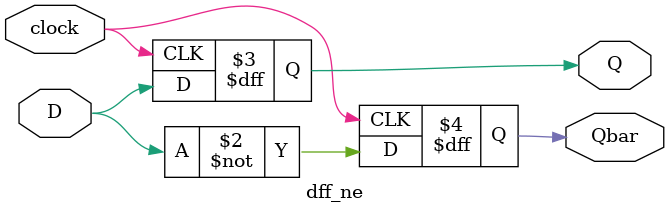
<source format=v>
module dff_ne(D,clock,Q,Qbar);

    input D, clock;
    output reg Q, Qbar;

    always @(negedge clock)
        begin
            Q=D;
            Qbar= ~D;
        end
    
endmodule
</source>
